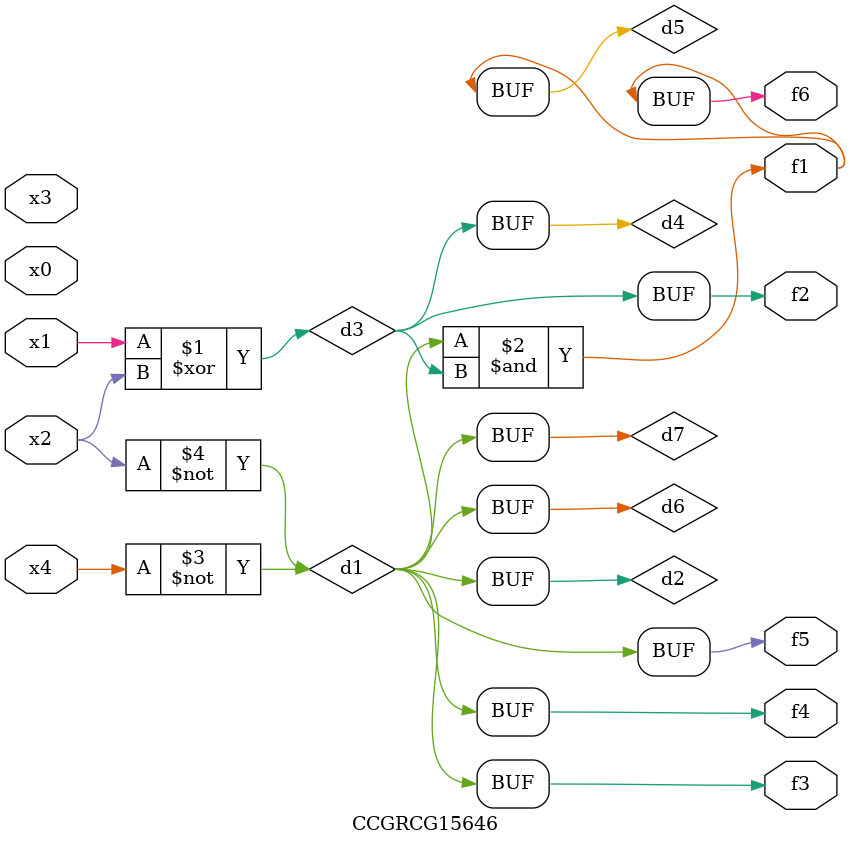
<source format=v>
module CCGRCG15646(
	input x0, x1, x2, x3, x4,
	output f1, f2, f3, f4, f5, f6
);

	wire d1, d2, d3, d4, d5, d6, d7;

	not (d1, x4);
	not (d2, x2);
	xor (d3, x1, x2);
	buf (d4, d3);
	and (d5, d1, d3);
	buf (d6, d1, d2);
	buf (d7, d2);
	assign f1 = d5;
	assign f2 = d4;
	assign f3 = d7;
	assign f4 = d7;
	assign f5 = d7;
	assign f6 = d5;
endmodule

</source>
